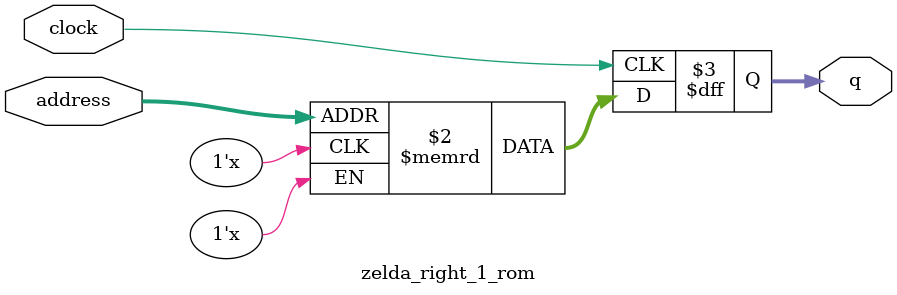
<source format=sv>
module zelda_right_1_rom (
	input logic clock,
	input logic [9:0] address,
	output logic [3:0] q
);

logic [3:0] memory [0:1023] /* synthesis ram_init_file = "./zelda_right_1/zelda_right_1.mif" */;

always_ff @ (posedge clock) begin
	q <= memory[address];
end

endmodule

</source>
